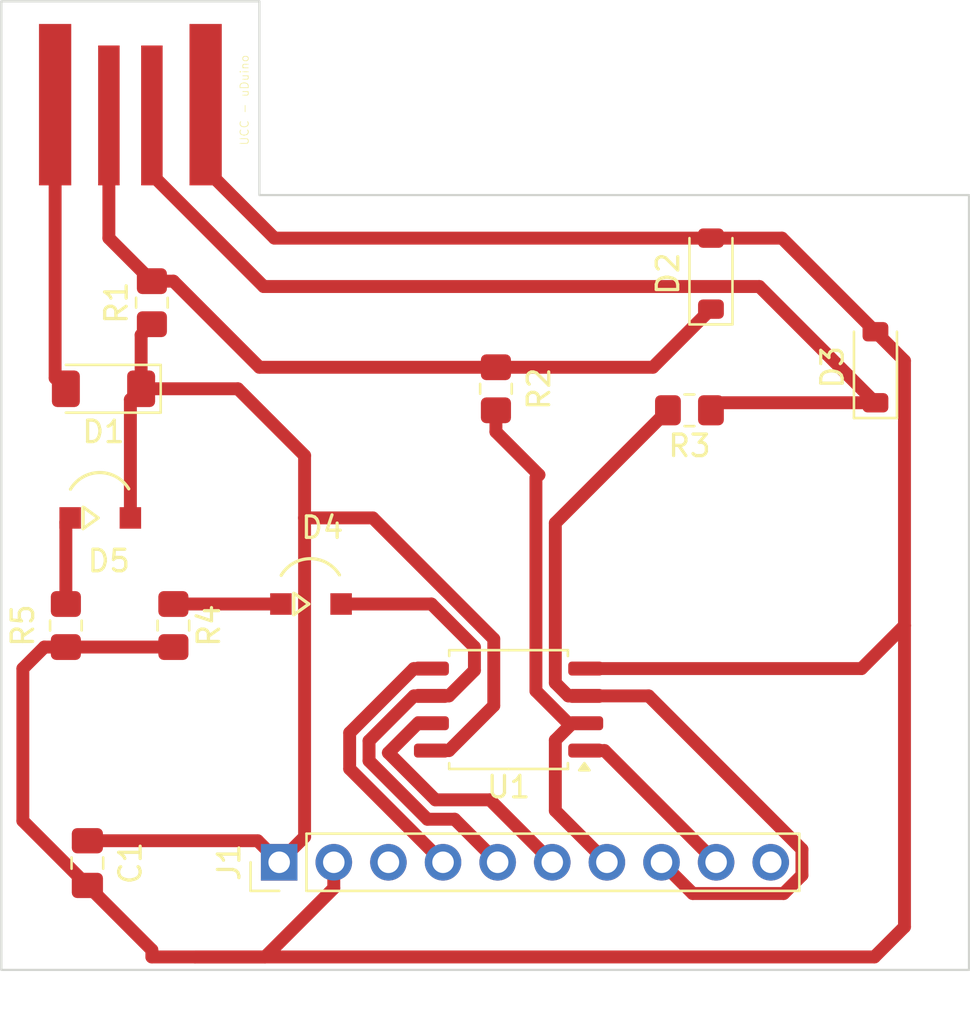
<source format=kicad_pcb>
(kicad_pcb (version 20241229) (generator "pcbnew") (generator_version "9.0")
  (layers (0 "F.Cu" signal) (2 "B.Cu" signal) (13 "F.Paste" user) (15 "B.Paste" user) (5 "F.SilkS" user "F.Silkscreen") (7 "B.SilkS" user "B.Silkscreen") (1 "F.Mask" user) (3 "B.Mask" user) (25 "Edge.Cuts" user))
  (net 0 "")
  (net 1 "+5V")
  (net 3 "GND")
  (net 4 "Net-(D1-A)")
  (net 5 "Net-(D2-K)")
  (net 6 "Net-(D3-K)")
  (net 8 "Net-(D5-K)")
  (net 9 "Net-(D4-A)")
  (net 10 "Net-(J1-Pin_4)")
  (net 11 "Net-(J1-Pin_7)")
  (net 12 "Net-(J1-Pin_6)")
  (net 13 "Net-(J1-Pin_9)")
  (net 14 "Net-(J1-Pin_8)")
  (net 15 "Net-(D4-K)")
  (footprint "Package_SO:SOIC-8_5.3x5.3mm_P1.27mm" (layer "F.Cu") (at 193.5875 92.905 180)
    (property "Reference" "U1" (at 0 -3.6 0) (layer "F.SilkS"))
    (property "Value" "ATtiny85-20S")
    (fp_line (start 2.76 2.76) (end 2.76 2.49) (stroke (width 0.12)) (layer "F.SilkS"))
    (fp_line (start 2.76 -2.76) (end 2.76 -2.49) (stroke (width 0.12)) (layer "F.SilkS"))
    (fp_line (start 0 2.76) (end 2.76 2.76) (stroke (width 0.12)) (layer "F.SilkS"))
    (fp_line (start 0 2.76) (end -2.76 2.76) (stroke (width 0.12)) (layer "F.SilkS"))
    (fp_line (start 0 -2.76) (end 2.76 -2.76) (stroke (width 0.12)) (layer "F.SilkS"))
    (fp_line (start 0 -2.76) (end -2.76 -2.76) (stroke (width 0.12)) (layer "F.SilkS"))
    (fp_line (start -2.76 2.76) (end -2.76 2.49) (stroke (width 0.12)) (layer "F.SilkS"))
    (fp_line (start -2.76 -2.76) (end -2.76 -2.49) (stroke (width 0.12)) (layer "F.SilkS"))
    (fp_poly (pts (xy -3.525 -2.49) (xy -3.765 -2.82) (xy -3.285 -2.82)) (stroke (width 0.12)) (fill yes) (layer "F.SilkS"))
    (pad "1" smd roundrect (at -3.5875 -1.905 180) (size 1.625 0.65) (layers "F.Cu" "F.Mask" "F.Paste") (net 13 "Net-(J1-Pin_9)"))
    (pad "2" smd roundrect (at -3.5875 -0.635 180) (size 1.625 0.65) (layers "F.Cu" "F.Mask" "F.Paste") (net 11 "Net-(J1-Pin_7)"))
    (pad "3" smd roundrect (at -3.5875 0.635 180) (size 1.625 0.65) (layers "F.Cu" "F.Mask" "F.Paste") (net 14 "Net-(J1-Pin_8)"))
    (pad "4" smd roundrect (at -3.5875 1.905 180) (size 1.625 0.65) (layers "F.Cu" "F.Mask" "F.Paste") (net 3 "GND"))
    (pad "5" smd roundrect (at 3.5875 1.905 180) (size 1.625 0.65) (layers "F.Cu" "F.Mask" "F.Paste") (net 10 "Net-(J1-Pin_4)"))
    (pad "6" smd roundrect (at 3.5875 0.635 180) (size 1.625 0.65) (layers "F.Cu" "F.Mask" "F.Paste") (net 9 "Net-(D4-A)"))
    (pad "7" smd roundrect (at 3.5875 -0.635 180) (size 1.625 0.65) (layers "F.Cu" "F.Mask" "F.Paste") (net 12 "Net-(J1-Pin_6)"))
    (pad "8" smd roundrect (at 3.5875 -1.905 180) (size 1.625 0.65) (layers "F.Cu" "F.Mask" "F.Paste") (net 1 "+5V"))
  )
  (footprint "Resistor_SMD:R_0805_2012Metric_Pad1.20x1.40mm_HandSolder" (layer "F.Cu") (at 178 89 -90)
    (property "Reference" "R4" (at 0 -1.65 90) (layer "F.SilkS"))
    (property "Value" "R")
    (fp_line (start -0.227064 0.735) (end 0.227064 0.735) (stroke (width 0.12)) (layer "F.SilkS"))
    (fp_line (start -0.227064 -0.735) (end 0.227064 -0.735) (stroke (width 0.12)) (layer "F.SilkS"))
    (pad "1" smd roundrect (at -1 0 270) (size 1.2 1.4) (layers "F.Cu" "F.Mask" "F.Paste") (roundrect_rratio 0.208333) (net 15 "Net-(D4-K)"))
    (pad "2" smd roundrect (at 1 0 270) (size 1.2 1.4) (layers "F.Cu" "F.Mask" "F.Paste") (roundrect_rratio 0.208333) (net 3 "GND"))
  )
  (footprint "ledSmd:ledSMD" (layer "F.Cu") (at 175 84)
    (property "Reference" "D5" (at 0 2 0) (layer "F.SilkS"))
    (property "Value" "LED")
    (fp_line (start -1.2 0.5) (end -1.2 -0.5) (stroke (width 0.15)) (layer "F.SilkS"))
    (fp_line (start -1.15 -0.475) (end -0.5 0) (stroke (width 0.15)) (layer "F.SilkS"))
    (fp_line (start -0.5 0) (end -1.2 0.5) (stroke (width 0.15)) (layer "F.SilkS"))
    (fp_arc (start -1.786089 -1.331572) (mid -0.435753 -2.107089) (end 0.924999 -1.349999) (stroke (width 0.15)) (layer "F.SilkS"))
    (pad "1" smd rect (at -1.8 0) (size 1 1) (layers "F.Cu" "F.Mask" "F.Paste") (net 8 "Net-(D5-K)"))
    (pad "2" smd rect (at 1 0) (size 1 1) (layers "F.Cu" "F.Mask" "F.Paste") (net 1 "+5V"))
  )
  (footprint "embeddedPcbUsb:USB_A_UCC" (layer "F.Cu") (at 176 65 -90)
    (property "Reference" "J2" (hide yes))
    (property "Value" "USB_A" (hide yes))
    (fp_text user "UCC - uDuino" (at -2.54 -5.08 90) (layer "F.SilkS") (effects (font (size 0.38608 0.38608) (thickness 0.032512)) (justify right top)))
    (pad "1" smd rect (at -0.2 3.5 270) (size 7.5 1.5) (layers "F.Cu" "F.Mask" "F.Paste") (net 4 "Net-(D1-A)"))
    (pad "2" smd rect (at 0.3 1 270) (size 6.5 1) (layers "F.Cu" "F.Mask" "F.Paste") (net 5 "Net-(D2-K)"))
    (pad "3" smd rect (at 0.3 -1 270) (size 6.5 1) (layers "F.Cu" "F.Mask" "F.Paste") (net 6 "Net-(D3-K)"))
    (pad "4" smd rect (at -0.2 -3.5 270) (size 7.5 1.5) (layers "F.Cu" "F.Mask" "F.Paste") (net 3 "GND"))
  )
  (footprint "Capacitor_SMD:C_0805_2012Metric_Pad1.18x1.45mm_HandSolder" (layer "F.Cu") (at 174 100.0375 -90)
    (property "Reference" "C1" (at 0 -2 90) (layer "F.SilkS"))
    (property "Value" "C")
    (fp_line (start -0.261252 0.735) (end 0.261252 0.735) (stroke (width 0.12)) (layer "F.SilkS"))
    (fp_line (start -0.261252 -0.735) (end 0.261252 -0.735) (stroke (width 0.12)) (layer "F.SilkS"))
    (pad "1" smd roundrect (at -1.0375 0 270) (size 1.175 1.45) (layers "F.Cu" "F.Mask" "F.Paste") (roundrect_rratio 0.212766) (net 1 "+5V"))
    (pad "2" smd roundrect (at 1.0375 0 270) (size 1.175 1.45) (layers "F.Cu" "F.Mask" "F.Paste") (roundrect_rratio 0.212766) (net 3 "GND"))
  )
  (footprint "Connector_PinHeader_2.54mm:PinHeader_1x10_P2.54mm_Vertical" (layer "F.Cu") (at 182.92 100 90)
    (property "Reference" "J1" (at 0 -2.33 90) (layer "F.SilkS"))
    (property "Value" "Conn_01x10_Socket")
    (fp_line (start -1.33 -1.33) (end 0 -1.33) (stroke (width 0.12)) (layer "F.SilkS"))
    (fp_line (start -1.33 0) (end -1.33 -1.33) (stroke (width 0.12)) (layer "F.SilkS"))
    (fp_line (start 1.33 1.27) (end 1.33 24.19) (stroke (width 0.12)) (layer "F.SilkS"))
    (fp_line (start -1.33 1.27) (end 1.33 1.27) (stroke (width 0.12)) (layer "F.SilkS"))
    (fp_line (start -1.33 1.27) (end -1.33 24.19) (stroke (width 0.12)) (layer "F.SilkS"))
    (fp_line (start -1.33 24.19) (end 1.33 24.19) (stroke (width 0.12)) (layer "F.SilkS"))
    (pad "1" thru_hole rect (at 0 0 90) (size 1.7 1.7) (drill 1) (layers "*.Cu" "*.Mask") (net 1 "+5V"))
    (pad "2" thru_hole oval (at 0 2.54 90) (size 1.7 1.7) (drill 1) (layers "*.Cu" "*.Mask") (net 3 "GND"))
    (pad "3" thru_hole oval (at 0 5.08 90) (size 1.7 1.7) (drill 1) (layers "*.Cu" "*.Mask"))
    (pad "4" thru_hole oval (at 0 7.62 90) (size 1.7 1.7) (drill 1) (layers "*.Cu" "*.Mask") (net 10 "Net-(J1-Pin_4)"))
    (pad "5" thru_hole oval (at 0 10.16 90) (size 1.7 1.7) (drill 1) (layers "*.Cu" "*.Mask") (net 9 "Net-(D4-A)"))
    (pad "6" thru_hole oval (at 0 12.7 90) (size 1.7 1.7) (drill 1) (layers "*.Cu" "*.Mask") (net 12 "Net-(J1-Pin_6)"))
    (pad "7" thru_hole oval (at 0 15.24 90) (size 1.7 1.7) (drill 1) (layers "*.Cu" "*.Mask") (net 11 "Net-(J1-Pin_7)"))
    (pad "8" thru_hole oval (at 0 17.78 90) (size 1.7 1.7) (drill 1) (layers "*.Cu" "*.Mask") (net 14 "Net-(J1-Pin_8)"))
    (pad "9" thru_hole oval (at 0 20.32 90) (size 1.7 1.7) (drill 1) (layers "*.Cu" "*.Mask") (net 13 "Net-(J1-Pin_9)"))
    (pad "10" thru_hole oval (at 0 22.86 90) (size 1.7 1.7) (drill 1) (layers "*.Cu" "*.Mask"))
  )
  (footprint "Diode_SMD:D_SOD-123" (layer "F.Cu") (at 210.65 77 90)
    (property "Reference" "D3" (at 0 -2 90) (layer "F.SilkS"))
    (property "Value" "D_Zener")
    (fp_line (start -2.36 -1) (end 1.65 -1) (stroke (width 0.12)) (layer "F.SilkS"))
    (fp_line (start -2.36 -1) (end -2.36 1) (stroke (width 0.12)) (layer "F.SilkS"))
    (fp_line (start -2.36 1) (end 1.65 1) (stroke (width 0.12)) (layer "F.SilkS"))
    (pad "1" smd roundrect (at -1.65 0 90) (size 0.9 1.2) (layers "F.Cu" "F.Mask" "F.Paste") (net 6 "Net-(D3-K)"))
    (pad "2" smd roundrect (at 1.65 0 90) (size 0.9 1.2) (layers "F.Cu" "F.Mask" "F.Paste") (net 3 "GND"))
  )
  (footprint "Diode_SMD:D_MiniMELF" (layer "F.Cu") (at 174.75 78 180)
    (property "Reference" "D1" (at 0 -2 0) (layer "F.SilkS"))
    (property "Value" "D_Filled")
    (fp_line (start 1.75 -1.11) (end -2.66 -1.11) (stroke (width 0.12)) (layer "F.SilkS"))
    (fp_line (start -2.66 1.11) (end 1.75 1.11) (stroke (width 0.12)) (layer "F.SilkS"))
    (fp_line (start -2.66 -1.11) (end -2.66 1.11) (stroke (width 0.12)) (layer "F.SilkS"))
    (pad "1" smd roundrect (at -1.75 0 180) (size 1.3 1.7) (layers "F.Cu" "F.Mask" "F.Paste") (roundrect_rratio 0.1923076923) (net 1 "+5V"))
    (pad "2" smd roundrect (at 1.75 0 180) (size 1.3 1.7) (layers "F.Cu" "F.Mask" "F.Paste") (roundrect_rratio 0.1923076923) (net 4 "Net-(D1-A)"))
  )
  (footprint "Diode_SMD:D_SOD-123" (layer "F.Cu") (at 203 72.65 90)
    (property "Reference" "D2" (at 0 -2 90) (layer "F.SilkS"))
    (property "Value" "D_Zener")
    (fp_line (start -2.36 -1) (end 1.65 -1) (stroke (width 0.12)) (layer "F.SilkS"))
    (fp_line (start -2.36 -1) (end -2.36 1) (stroke (width 0.12)) (layer "F.SilkS"))
    (fp_line (start -2.36 1) (end 1.65 1) (stroke (width 0.12)) (layer "F.SilkS"))
    (pad "1" smd roundrect (at -1.65 0 90) (size 0.9 1.2) (layers "F.Cu" "F.Mask" "F.Paste") (net 5 "Net-(D2-K)"))
    (pad "2" smd roundrect (at 1.65 0 90) (size 0.9 1.2) (layers "F.Cu" "F.Mask" "F.Paste") (net 3 "GND"))
  )
  (footprint "Resistor_SMD:R_0805_2012Metric_Pad1.20x1.40mm_HandSolder" (layer "F.Cu") (at 177 74 90)
    (property "Reference" "R1" (at 0 -1.65 90) (layer "F.SilkS"))
    (property "Value" "R")
    (fp_line (start -0.227064 -0.735) (end 0.227064 -0.735) (stroke (width 0.12)) (layer "F.SilkS"))
    (fp_line (start -0.227064 0.735) (end 0.227064 0.735) (stroke (width 0.12)) (layer "F.SilkS"))
    (pad "1" smd roundrect (at -1 0 90) (size 1.2 1.4) (layers "F.Cu" "F.Mask" "F.Paste") (roundrect_rratio 0.208333) (net 1 "+5V"))
    (pad "2" smd roundrect (at 1 0 90) (size 1.2 1.4) (layers "F.Cu" "F.Mask" "F.Paste") (roundrect_rratio 0.208333) (net 5 "Net-(D2-K)"))
  )
  (footprint "ledSmd:ledSMD" (layer "F.Cu") (at 184.8 88)
    (property "Reference" "D4" (at 0.125 -3.55 0) (layer "F.SilkS"))
    (property "Value" "LED")
    (fp_line (start -1.2 0.5) (end -1.2 -0.5) (stroke (width 0.15)) (layer "F.SilkS"))
    (fp_line (start -1.15 -0.475) (end -0.5 0) (stroke (width 0.15)) (layer "F.SilkS"))
    (fp_line (start -0.5 0) (end -1.2 0.5) (stroke (width 0.15)) (layer "F.SilkS"))
    (fp_arc (start -1.786089 -1.331572) (mid -0.435753 -2.107089) (end 0.924999 -1.349999) (stroke (width 0.15)) (layer "F.SilkS"))
    (pad "1" smd rect (at -1.8 0) (size 1 1) (layers "F.Cu" "F.Mask" "F.Paste") (net 15 "Net-(D4-K)"))
    (pad "2" smd rect (at 1 0) (size 1 1) (layers "F.Cu" "F.Mask" "F.Paste") (net 9 "Net-(D4-A)"))
  )
  (footprint "Resistor_SMD:R_0805_2012Metric_Pad1.20x1.40mm_HandSolder" (layer "F.Cu") (at 193 78 -90)
    (property "Reference" "R2" (at 0 -2 90) (layer "F.SilkS"))
    (property "Value" "R")
    (fp_line (start -0.227064 0.735) (end 0.227064 0.735) (stroke (width 0.12)) (layer "F.SilkS"))
    (fp_line (start -0.227064 -0.735) (end 0.227064 -0.735) (stroke (width 0.12)) (layer "F.SilkS"))
    (pad "1" smd roundrect (at -1 0 270) (size 1.2 1.4) (layers "F.Cu" "F.Mask" "F.Paste") (roundrect_rratio 0.208333) (net 5 "Net-(D2-K)"))
    (pad "2" smd roundrect (at 1 0 270) (size 1.2 1.4) (layers "F.Cu" "F.Mask" "F.Paste") (roundrect_rratio 0.208333) (net 11 "Net-(J1-Pin_7)"))
  )
  (footprint "Resistor_SMD:R_0805_2012Metric_Pad1.20x1.40mm_HandSolder" (layer "F.Cu") (at 202 79 180)
    (property "Reference" "R3" (at 0 -1.65 0) (layer "F.SilkS"))
    (property "Value" "R")
    (fp_line (start -0.227064 0.735) (end 0.227064 0.735) (stroke (width 0.12)) (layer "F.SilkS"))
    (fp_line (start -0.227064 -0.735) (end 0.227064 -0.735) (stroke (width 0.12)) (layer "F.SilkS"))
    (pad "1" smd roundrect (at -1 0 180) (size 1.2 1.4) (layers "F.Cu" "F.Mask" "F.Paste") (roundrect_rratio 0.208333) (net 6 "Net-(D3-K)"))
    (pad "2" smd roundrect (at 1 0 180) (size 1.2 1.4) (layers "F.Cu" "F.Mask" "F.Paste") (roundrect_rratio 0.208333) (net 14 "Net-(J1-Pin_8)"))
  )
  (footprint "Resistor_SMD:R_0805_2012Metric_Pad1.20x1.40mm_HandSolder" (layer "F.Cu") (at 173 89 90)
    (property "Reference" "R5" (at 0 -2 90) (layer "F.SilkS"))
    (property "Value" "R")
    (fp_line (start -0.227064 -0.735) (end 0.227064 -0.735) (stroke (width 0.12)) (layer "F.SilkS"))
    (fp_line (start -0.227064 0.735) (end 0.227064 0.735) (stroke (width 0.12)) (layer "F.SilkS"))
    (pad "1" smd roundrect (at -1 0 90) (size 1.2 1.4) (layers "F.Cu" "F.Mask" "F.Paste") (roundrect_rratio 0.208333) (net 3 "GND"))
    (pad "2" smd roundrect (at 1 0 90) (size 1.2 1.4) (layers "F.Cu" "F.Mask" "F.Paste") (roundrect_rratio 0.208333) (net 8 "Net-(D5-K)"))
  )
  (gr_poly (pts (xy 170 60) (xy 170 105) (xy 215 105) (xy 215 69) (xy 182 69) (xy 182 60)) (stroke (width 0.1)) (fill no) (layer "Edge.Cuts"))
  (segment (start 192.900999 92.7215) (end 192.900999 89.626793) (width 0.6) (layer "F.Cu") (net 1))
  (segment (start 176.5 78) (end 176.5 75.5) (width 0.6) (layer "F.Cu") (net 1))
  (segment (start 174 99) (end 181.92 99) (width 0.6) (layer "F.Cu") (net 1))
  (segment (start 181.92 99) (end 182.92 100) (width 0.6) (layer "F.Cu") (net 1))
  (segment (start 176 78.5) (end 176.5 78) (width 0.6) (layer "F.Cu") (net 1))
  (segment (start 182.92 100) (end 184.101 98.819) (width 0.6) (layer "F.Cu") (net 1))
  (segment (start 190 94.81) (end 190.812499 94.81) (width 0.6) (layer "F.Cu") (net 1))
  (segment (start 187.274206 84) (end 184.101 84) (width 0.6) (layer "F.Cu") (net 1))
  (segment (start 192.900999 89.626793) (end 187.274206 84) (width 0.6) (layer "F.Cu") (net 1))
  (segment (start 184.101 98.819) (end 184.101 84) (width 0.6) (layer "F.Cu") (net 1))
  (segment (start 176.5 75.5) (end 177 75) (width 0.6) (layer "F.Cu") (net 1))
  (segment (start 190.812499 94.81) (end 192.900999 92.7215) (width 0.6) (layer "F.Cu") (net 1))
  (segment (start 184.101 81.101) (end 181 78) (width 0.6) (layer "F.Cu") (net 1))
  (segment (start 176 84) (end 176 78.5) (width 0.6) (layer "F.Cu") (net 1))
  (segment (start 181 78) (end 176.5 78) (width 0.6) (layer "F.Cu") (net 1))
  (segment (start 184.101 84) (end 184.101 81.101) (width 0.6) (layer "F.Cu") (net 1))
  (segment (start 212 89) (end 212 103) (width 0.6) (layer "F.Cu") (net 3))
  (segment (start 173 90) (end 178 90) (width 0.6) (layer "F.Cu") (net 3))
  (segment (start 172 90) (end 173 90) (width 0.6) (layer "F.Cu") (net 3))
  (segment (start 177 104.399) (end 177 104.075) (width 0.6) (layer "F.Cu") (net 3))
  (segment (start 182.7 71) (end 203 71) (width 0.6) (layer "F.Cu") (net 3))
  (segment (start 179.5 67.8) (end 182.7 71) (width 0.6) (layer "F.Cu") (net 3))
  (segment (start 182.263081 104.399) (end 185.46 101.202081) (width 0.6) (layer "F.Cu") (net 3))
  (segment (start 212 89) (end 210 91) (width 0.6) (layer "F.Cu") (net 3))
  (segment (start 210.65 75.35) (end 212 76.7) (width 0.6) (layer "F.Cu") (net 3))
  (segment (start 206.3 71) (end 210.65 75.35) (width 0.6) (layer "F.Cu") (net 3))
  (segment (start 185.46 101.202081) (end 185.46 100) (width 0.6) (layer "F.Cu") (net 3))
  (segment (start 212 76.7) (end 212 89) (width 0.6) (layer "F.Cu") (net 3))
  (segment (start 171 98.075) (end 171 91) (width 0.6) (layer "F.Cu") (net 3))
  (segment (start 212 103) (end 210.601 104.399) (width 0.6) (layer "F.Cu") (net 3))
  (segment (start 174 101.075) (end 171 98.075) (width 0.6) (layer "F.Cu") (net 3))
  (segment (start 171 91) (end 172 90) (width 0.6) (layer "F.Cu") (net 3))
  (segment (start 210 91) (end 197.175 91) (width 0.6) (layer "F.Cu") (net 3))
  (segment (start 179 104.399) (end 182.263081 104.399) (width 0.6) (layer "F.Cu") (net 3))
  (segment (start 203 71) (end 206.3 71) (width 0.6) (layer "F.Cu") (net 3))
  (segment (start 179.5 64.8) (end 179.5 67.8) (width 0.6) (layer "F.Cu") (net 3))
  (segment (start 177 104.075) (end 174 101.075) (width 0.6) (layer "F.Cu") (net 3))
  (segment (start 179 104.399) (end 177 104.399) (width 0.6) (layer "F.Cu") (net 3))
  (segment (start 210.601 104.399) (end 179 104.399) (width 0.6) (layer "F.Cu") (net 3))
  (segment (start 172.5 77.5) (end 173 78) (width 0.6) (layer "F.Cu") (net 4))
  (segment (start 172.5 64.8) (end 172.5 77.5) (width 0.6) (layer "F.Cu") (net 4))
  (segment (start 178 73) (end 182 77) (width 0.6) (layer "F.Cu") (net 5))
  (segment (start 182 77) (end 193 77) (width 0.6) (layer "F.Cu") (net 5))
  (segment (start 200.3 77) (end 203 74.3) (width 0.6) (layer "F.Cu") (net 5))
  (segment (start 193 77) (end 200.3 77) (width 0.6) (layer "F.Cu") (net 5))
  (segment (start 175 71) (end 175 65.3) (width 0.6) (layer "F.Cu") (net 5))
  (segment (start 177 73) (end 178 73) (width 0.6) (layer "F.Cu") (net 5))
  (segment (start 177 73) (end 175 71) (width 0.6) (layer "F.Cu") (net 5))
  (segment (start 182.199 73.249) (end 205.249 73.249) (width 0.6) (layer "F.Cu") (net 6))
  (segment (start 205.249 73.249) (end 210.65 78.65) (width 0.6) (layer "F.Cu") (net 6))
  (segment (start 210.65 78.65) (end 203.35 78.65) (width 0.6) (layer "F.Cu") (net 6))
  (segment (start 203.35 78.65) (end 203 79) (width 0.6) (layer "F.Cu") (net 6))
  (segment (start 177 65.3) (end 177 68.05) (width 0.6) (layer "F.Cu") (net 6))
  (segment (start 177 68.05) (end 182.199 73.249) (width 0.6) (layer "F.Cu") (net 6))
  (segment (start 173 84.2) (end 173.2 84) (width 0.6) (layer "F.Cu") (net 8))
  (segment (start 173 88) (end 173 84.2) (width 0.6) (layer "F.Cu") (net 8))
  (segment (start 185.8 88) (end 190 88) (width 0.6) (layer "F.Cu") (net 9))
  (segment (start 187.099001 95.286453) (end 189.812548 98) (width 0.6) (layer "F.Cu") (net 9))
  (segment (start 190 92.27) (end 189.187501 92.27) (width 0.6) (layer "F.Cu") (net 9))
  (segment (start 192 91.082499) (end 190.812499 92.27) (width 0.6) (layer "F.Cu") (net 9))
  (segment (start 192 90) (end 192 91.082499) (width 0.6) (layer "F.Cu") (net 9))
  (segment (start 190 88) (end 192 90) (width 0.6) (layer "F.Cu") (net 9))
  (segment (start 189.187501 92.27) (end 187.099001 94.3585) (width 0.6) (layer "F.Cu") (net 9))
  (segment (start 187.099001 94.3585) (end 187.099001 95.286453) (width 0.6) (layer "F.Cu") (net 9))
  (segment (start 190.812499 92.27) (end 190 92.27) (width 0.6) (layer "F.Cu") (net 9))
  (segment (start 189.812548 98) (end 191.08 98) (width 0.6) (layer "F.Cu") (net 9))
  (segment (start 191.08 98) (end 193.08 100) (width 0.6) (layer "F.Cu") (net 9))
  (segment (start 189.183295 91) (end 190 91) (width 0.6) (layer "F.Cu") (net 10))
  (segment (start 186.198002 93.985293) (end 189.183295 91) (width 0.6) (layer "F.Cu") (net 10))
  (segment (start 190.54 100) (end 186.198002 95.658002) (width 0.6) (layer "F.Cu") (net 10))
  (segment (start 186.198002 95.658002) (end 186.198002 93.985293) (width 0.6) (layer "F.Cu") (net 10))
  (segment (start 195 82) (end 193 80) (width 0.6) (layer "F.Cu") (net 11))
  (segment (start 195.7615 97.6015) (end 198.16 100) (width 0.6) (layer "F.Cu") (net 11))
  (segment (start 196.362501 93.54) (end 197.175 93.54) (width 0.6) (layer "F.Cu") (net 11))
  (segment (start 193 80) (end 193 79) (width 0.6) (layer "F.Cu") (net 11))
  (segment (start 196.548246 93.54) (end 195.7615 94.326746) (width 0.6) (layer "F.Cu") (net 11))
  (segment (start 197.175 93.54) (end 196.548246 93.54) (width 0.6) (layer "F.Cu") (net 11))
  (segment (start 194.8605 92.037999) (end 194.8605 82.1395) (width 0.6) (layer "F.Cu") (net 11))
  (segment (start 195.7615 94.326746) (end 195.7615 97.6015) (width 0.6) (layer "F.Cu") (net 11))
  (segment (start 196.362501 93.54) (end 194.8605 92.037999) (width 0.6) (layer "F.Cu") (net 11))
  (segment (start 194.8605 82.1395) (end 195 82) (width 0.6) (layer "F.Cu") (net 11))
  (segment (start 188 94.913246) (end 190.185754 97.099) (width 0.6) (layer "F.Cu") (net 12))
  (segment (start 192.719 97.099) (end 195.62 100) (width 0.6) (layer "F.Cu") (net 12))
  (segment (start 190 93.54) (end 189.373246 93.54) (width 0.6) (layer "F.Cu") (net 12))
  (segment (start 190.185754 97.099) (end 192.719 97.099) (width 0.6) (layer "F.Cu") (net 12))
  (segment (start 189.373246 93.54) (end 188 94.913246) (width 0.6) (layer "F.Cu") (net 12))
  (segment (start 198.05 94.81) (end 203.24 100) (width 0.6) (layer "F.Cu") (net 13))
  (segment (start 197.175 94.81) (end 198.05 94.81) (width 0.6) (layer "F.Cu") (net 13))
  (segment (start 195.7615 91.664793) (end 196.366707 92.27) (width 0.6) (layer "F.Cu") (net 14))
  (segment (start 197.175 92.27) (end 200.102024 92.27) (width 0.6) (layer "F.Cu") (net 14))
  (segment (start 207.231 99.398976) (end 207.231 100.601024) (width 0.6) (layer "F.Cu") (net 14))
  (segment (start 206.381024 101.451) (end 202.151 101.451) (width 0.6) (layer "F.Cu") (net 14))
  (segment (start 200.102024 92.27) (end 207.231 99.398976) (width 0.6) (layer "F.Cu") (net 14))
  (segment (start 195.7615 84.2385) (end 195.7615 91.664793) (width 0.6) (layer "F.Cu") (net 14))
  (segment (start 202.151 101.451) (end 200.7 100) (width 0.6) (layer "F.Cu") (net 14))
  (segment (start 201 79) (end 195.7615 84.2385) (width 0.6) (layer "F.Cu") (net 14))
  (segment (start 207.231 100.601024) (end 206.381024 101.451) (width 0.6) (layer "F.Cu") (net 14))
  (segment (start 196.366707 92.27) (end 197.175 92.27) (width 0.6) (layer "F.Cu") (net 14))
  (segment (start 178 88) (end 183 88) (width 0.6) (layer "F.Cu") (net 15))
)
</source>
